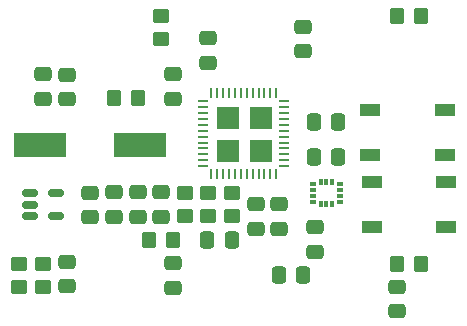
<source format=gbr>
%TF.GenerationSoftware,KiCad,Pcbnew,8.0.8*%
%TF.CreationDate,2025-07-31T23:02:19+05:30*%
%TF.ProjectId,THRUST FC,54485255-5354-4204-9643-2e6b69636164,rev?*%
%TF.SameCoordinates,Original*%
%TF.FileFunction,Paste,Top*%
%TF.FilePolarity,Positive*%
%FSLAX46Y46*%
G04 Gerber Fmt 4.6, Leading zero omitted, Abs format (unit mm)*
G04 Created by KiCad (PCBNEW 8.0.8) date 2025-07-31 23:02:19*
%MOMM*%
%LPD*%
G01*
G04 APERTURE LIST*
G04 Aperture macros list*
%AMRoundRect*
0 Rectangle with rounded corners*
0 $1 Rounding radius*
0 $2 $3 $4 $5 $6 $7 $8 $9 X,Y pos of 4 corners*
0 Add a 4 corners polygon primitive as box body*
4,1,4,$2,$3,$4,$5,$6,$7,$8,$9,$2,$3,0*
0 Add four circle primitives for the rounded corners*
1,1,$1+$1,$2,$3*
1,1,$1+$1,$4,$5*
1,1,$1+$1,$6,$7*
1,1,$1+$1,$8,$9*
0 Add four rect primitives between the rounded corners*
20,1,$1+$1,$2,$3,$4,$5,0*
20,1,$1+$1,$4,$5,$6,$7,0*
20,1,$1+$1,$6,$7,$8,$9,0*
20,1,$1+$1,$8,$9,$2,$3,0*%
G04 Aperture macros list end*
%ADD10C,0.010000*%
%ADD11RoundRect,0.250000X0.475000X-0.337500X0.475000X0.337500X-0.475000X0.337500X-0.475000X-0.337500X0*%
%ADD12R,4.500000X2.000000*%
%ADD13RoundRect,0.250000X0.337500X0.475000X-0.337500X0.475000X-0.337500X-0.475000X0.337500X-0.475000X0*%
%ADD14RoundRect,0.250000X0.450000X-0.350000X0.450000X0.350000X-0.450000X0.350000X-0.450000X-0.350000X0*%
%ADD15RoundRect,0.250000X-0.475000X0.337500X-0.475000X-0.337500X0.475000X-0.337500X0.475000X0.337500X0*%
%ADD16RoundRect,0.250000X-0.350000X-0.450000X0.350000X-0.450000X0.350000X0.450000X-0.350000X0.450000X0*%
%ADD17R,0.860000X0.270000*%
%ADD18R,0.270000X0.860000*%
%ADD19R,1.700000X1.000000*%
%ADD20RoundRect,0.250000X-0.450000X0.350000X-0.450000X-0.350000X0.450000X-0.350000X0.450000X0.350000X0*%
%ADD21RoundRect,0.087500X-0.207500X-0.087500X0.207500X-0.087500X0.207500X0.087500X-0.207500X0.087500X0*%
%ADD22RoundRect,0.087500X-0.087500X-0.207500X0.087500X-0.207500X0.087500X0.207500X-0.087500X0.207500X0*%
%ADD23RoundRect,0.150000X-0.512500X-0.150000X0.512500X-0.150000X0.512500X0.150000X-0.512500X0.150000X0*%
%ADD24RoundRect,0.250000X-0.337500X-0.475000X0.337500X-0.475000X0.337500X0.475000X-0.337500X0.475000X0*%
G04 APERTURE END LIST*
D10*
%TO.C,U1*%
X118485000Y-93485000D02*
X116715000Y-93485000D01*
X116715000Y-91715000D01*
X118485000Y-91715000D01*
X118485000Y-93485000D01*
G36*
X118485000Y-93485000D02*
G01*
X116715000Y-93485000D01*
X116715000Y-91715000D01*
X118485000Y-91715000D01*
X118485000Y-93485000D01*
G37*
X118485000Y-96285000D02*
X116715000Y-96285000D01*
X116715000Y-94515000D01*
X118485000Y-94515000D01*
X118485000Y-96285000D01*
G36*
X118485000Y-96285000D02*
G01*
X116715000Y-96285000D01*
X116715000Y-94515000D01*
X118485000Y-94515000D01*
X118485000Y-96285000D01*
G37*
X121285000Y-93485000D02*
X119515000Y-93485000D01*
X119515000Y-91715000D01*
X121285000Y-91715000D01*
X121285000Y-93485000D01*
G36*
X121285000Y-93485000D02*
G01*
X119515000Y-93485000D01*
X119515000Y-91715000D01*
X121285000Y-91715000D01*
X121285000Y-93485000D01*
G37*
X121285000Y-96285000D02*
X119515000Y-96285000D01*
X119515000Y-94515000D01*
X121285000Y-94515000D01*
X121285000Y-96285000D01*
G36*
X121285000Y-96285000D02*
G01*
X119515000Y-96285000D01*
X119515000Y-94515000D01*
X121285000Y-94515000D01*
X121285000Y-96285000D01*
G37*
%TD*%
D11*
%TO.C,C11*%
X124000000Y-87037500D03*
X124000000Y-84962500D03*
%TD*%
D12*
%TO.C,Y1*%
X101750000Y-95000000D03*
X110250000Y-95000000D03*
%TD*%
D13*
%TO.C,C8*%
X124037500Y-106000000D03*
X121962500Y-106000000D03*
%TD*%
D14*
%TO.C,R2*%
X118000000Y-101000000D03*
X118000000Y-99000000D03*
%TD*%
D15*
%TO.C,C11*%
X122000000Y-99962500D03*
X122000000Y-102037500D03*
%TD*%
D16*
%TO.C,R5*%
X132000000Y-105000000D03*
X134000000Y-105000000D03*
%TD*%
D11*
%TO.C,C13*%
X104000000Y-91075000D03*
X104000000Y-89000000D03*
%TD*%
D13*
%TO.C,C10*%
X127000000Y-93000000D03*
X124925000Y-93000000D03*
%TD*%
D15*
%TO.C,C5*%
X108000000Y-98962500D03*
X108000000Y-101037500D03*
%TD*%
D16*
%TO.C,R1*%
X132000000Y-84000000D03*
X134000000Y-84000000D03*
%TD*%
D17*
%TO.C,U1*%
X115565000Y-91250000D03*
X115565000Y-91750000D03*
X115565000Y-92250000D03*
X115565000Y-92750000D03*
X115565000Y-93250000D03*
X115565000Y-93750000D03*
X115565000Y-94250000D03*
X115565000Y-94750000D03*
X115565000Y-95250000D03*
X115565000Y-95750000D03*
X115565000Y-96250000D03*
X115565000Y-96750000D03*
D18*
X116250000Y-97435000D03*
X116750000Y-97435000D03*
X117250000Y-97435000D03*
X117750000Y-97435000D03*
X118250000Y-97435000D03*
X118750000Y-97435000D03*
X119250000Y-97435000D03*
X119750000Y-97435000D03*
X120250000Y-97435000D03*
X120750000Y-97435000D03*
X121250000Y-97435000D03*
X121750000Y-97435000D03*
D17*
X122435000Y-96750000D03*
X122435000Y-96250000D03*
X122435000Y-95750000D03*
X122435000Y-95250000D03*
X122435000Y-94750000D03*
X122435000Y-94250000D03*
X122435000Y-93750000D03*
X122435000Y-93250000D03*
X122435000Y-92750000D03*
X122435000Y-92250000D03*
X122435000Y-91750000D03*
X122435000Y-91250000D03*
D18*
X121750000Y-90565000D03*
X121250000Y-90565000D03*
X120750000Y-90565000D03*
X120250000Y-90565000D03*
X119750000Y-90565000D03*
X119250000Y-90565000D03*
X118750000Y-90565000D03*
X118250000Y-90565000D03*
X117750000Y-90565000D03*
X117250000Y-90565000D03*
X116750000Y-90565000D03*
X116250000Y-90565000D03*
%TD*%
D19*
%TO.C,SW1*%
X129700000Y-92000000D03*
X136000000Y-92000000D03*
X129700000Y-95800000D03*
X136000000Y-95800000D03*
%TD*%
D20*
%TO.C,R10*%
X114000000Y-99000000D03*
X114000000Y-101000000D03*
%TD*%
D21*
%TO.C,U3*%
X124835000Y-98250000D03*
X124834999Y-98750000D03*
X124835000Y-99249999D03*
X124835000Y-99750000D03*
D22*
X125500000Y-99915000D03*
X126000000Y-99915000D03*
X126500000Y-99915000D03*
D21*
X127165000Y-99750000D03*
X127165001Y-99250000D03*
X127165000Y-98750001D03*
X127165000Y-98250000D03*
D22*
X126500000Y-98085000D03*
X126000000Y-98085000D03*
X125500000Y-98085000D03*
%TD*%
D19*
%TO.C,SW2*%
X129850000Y-98100000D03*
X136150000Y-98100000D03*
X129850000Y-101900000D03*
X136150000Y-101900000D03*
%TD*%
D15*
%TO.C,C1*%
X113000000Y-104962500D03*
X113000000Y-107037500D03*
%TD*%
D14*
%TO.C,R9*%
X116000000Y-101000000D03*
X116000000Y-99000000D03*
%TD*%
%TO.C,R4*%
X100000000Y-107000000D03*
X100000000Y-105000000D03*
%TD*%
D15*
%TO.C,C17*%
X132000000Y-106962500D03*
X132000000Y-109037500D03*
%TD*%
D16*
%TO.C,L1*%
X108000000Y-91000000D03*
X110000000Y-91000000D03*
%TD*%
D15*
%TO.C,C12*%
X120000000Y-99962500D03*
X120000000Y-102037500D03*
%TD*%
D14*
%TO.C,R5*%
X112000000Y-86000000D03*
X112000000Y-84000000D03*
%TD*%
D16*
%TO.C,R6*%
X111000000Y-103000000D03*
X113000000Y-103000000D03*
%TD*%
D15*
%TO.C,C6*%
X110000000Y-98962500D03*
X110000000Y-101037500D03*
%TD*%
D11*
%TO.C,C11*%
X116000000Y-88000000D03*
X116000000Y-85925000D03*
%TD*%
%TO.C,C11*%
X113000000Y-91037500D03*
X113000000Y-88962500D03*
%TD*%
D23*
%TO.C,U2*%
X100862500Y-99050000D03*
X100862500Y-100000000D03*
X100862500Y-100950000D03*
X103137500Y-100950000D03*
X103137500Y-99050000D03*
%TD*%
D14*
%TO.C,R3*%
X102000000Y-107000000D03*
X102000000Y-105000000D03*
%TD*%
D11*
%TO.C,C14*%
X102000000Y-91037500D03*
X102000000Y-88962500D03*
%TD*%
D15*
%TO.C,C4*%
X106000000Y-99000000D03*
X106000000Y-101075000D03*
%TD*%
D24*
%TO.C,C9*%
X115925000Y-103000000D03*
X118000000Y-103000000D03*
%TD*%
D15*
%TO.C,C16*%
X125000000Y-101925000D03*
X125000000Y-104000000D03*
%TD*%
D24*
%TO.C,C15*%
X124925000Y-96000000D03*
X127000000Y-96000000D03*
%TD*%
D15*
%TO.C,C7*%
X112000000Y-98962500D03*
X112000000Y-101037500D03*
%TD*%
D11*
%TO.C,C2*%
X104000000Y-106937500D03*
X104000000Y-104862500D03*
%TD*%
M02*

</source>
